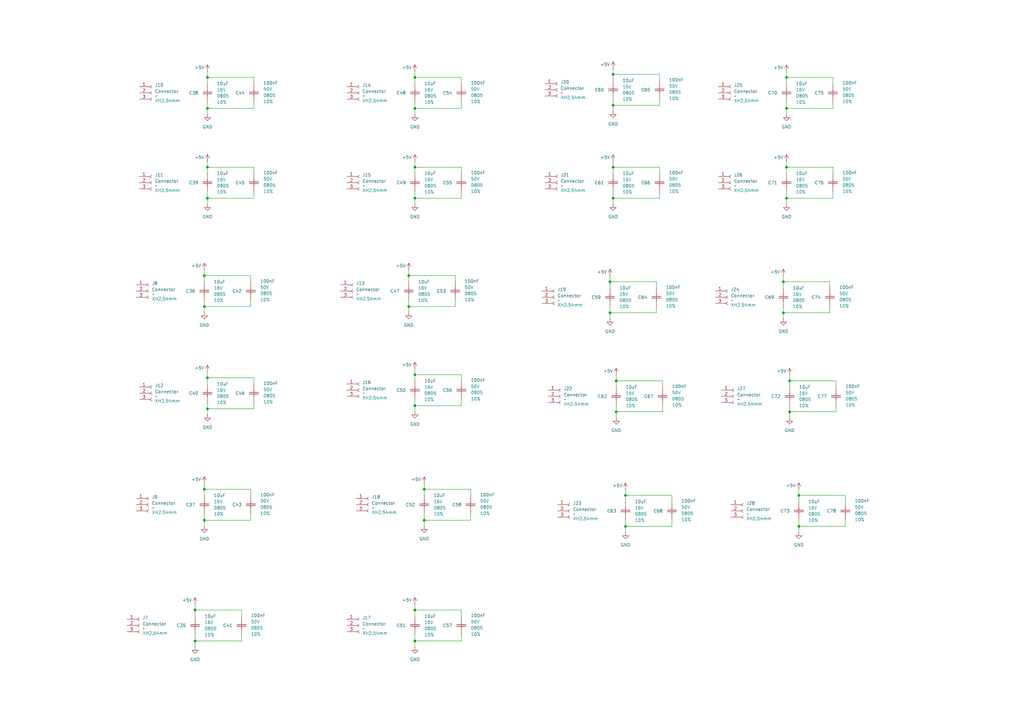
<source format=kicad_sch>
(kicad_sch (version 20250114) (generator "eeschema") (generator_version "9.0")
  (paper "A3")
  (junction (at 327.66 215.9))
  (junction (at 80.01 262.89))
  (junction (at 173.99 213.36))
  (junction (at 322.58 31.75))
  (junction (at 251.46 30.48))
  (junction (at 85.09 154.94))
  (junction (at 85.09 81.28))
  (junction (at 85.09 167.64))
  (junction (at 170.18 262.89))
  (junction (at 170.18 81.28))
  (junction (at 167.64 113.03))
  (junction (at 251.46 43.18))
  (junction (at 252.73 168.91))
  (junction (at 83.82 200.66))
  (junction (at 323.85 156.21))
  (junction (at 80.01 250.19))
  (junction (at 256.54 203.2))
  (junction (at 170.18 31.75))
  (junction (at 250.19 115.57))
  (junction (at 327.66 203.2))
  (junction (at 322.58 44.45))
  (junction (at 83.82 125.73))
  (junction (at 322.58 81.28))
  (junction (at 251.46 81.28))
  (junction (at 170.18 250.19))
  (junction (at 250.19 128.27))
  (junction (at 251.46 68.58))
  (junction (at 170.18 68.58))
  (junction (at 170.18 166.37))
  (junction (at 85.09 44.45))
  (junction (at 173.99 200.66))
  (junction (at 321.31 128.27))
  (junction (at 323.85 168.91))
  (junction (at 85.09 31.75))
  (junction (at 170.18 153.67))
  (junction (at 167.64 125.73))
  (junction (at 85.09 68.58))
  (junction (at 83.82 113.03))
  (junction (at 321.31 115.57))
  (junction (at 170.18 44.45))
  (junction (at 322.58 68.58))
  (junction (at 83.82 213.36))
  (junction (at 256.54 215.9))
  (junction (at 252.73 156.21))
  (wire (pts (xy 83.82 125.73) (xy 83.82 128.27)))
  (wire (pts (xy 323.85 153.67) (xy 323.85 156.21)))
  (wire (pts (xy 189.23 156.21) (xy 189.23 153.67)))
  (wire (pts (xy 80.01 260.35) (xy 80.01 262.89)))
  (wire (pts (xy 327.66 213.36) (xy 327.66 215.9)))
  (wire (pts (xy 270.51 43.18) (xy 270.51 40.64)))
  (wire (pts (xy 252.73 153.67) (xy 252.73 156.21)))
  (wire (pts (xy 170.18 166.37) (xy 170.18 168.91)))
  (wire (pts (xy 322.58 29.21) (xy 322.58 31.75)))
  (wire (pts (xy 322.58 31.75) (xy 322.58 34.29)))
  (wire (pts (xy 80.01 262.89) (xy 99.06 262.89)))
  (wire (pts (xy 341.63 68.58) (xy 322.58 68.58)))
  (wire (pts (xy 170.18 81.28) (xy 189.23 81.28)))
  (wire (pts (xy 85.09 165.1) (xy 85.09 167.64)))
  (wire (pts (xy 83.82 113.03) (xy 83.82 115.57)))
  (wire (pts (xy 102.87 213.36) (xy 102.87 210.82)))
  (wire (pts (xy 250.19 125.73) (xy 250.19 128.27)))
  (wire (pts (xy 251.46 43.18) (xy 251.46 45.72)))
  (wire (pts (xy 102.87 115.57) (xy 102.87 113.03)))
  (wire (pts (xy 256.54 203.2) (xy 256.54 205.74)))
  (wire (pts (xy 327.66 215.9) (xy 346.71 215.9)))
  (wire (pts (xy 341.63 44.45) (xy 341.63 41.91)))
  (wire (pts (xy 341.63 71.12) (xy 341.63 68.58)))
  (wire (pts (xy 173.99 210.82) (xy 173.99 213.36)))
  (wire (pts (xy 322.58 81.28) (xy 341.63 81.28)))
  (wire (pts (xy 321.31 115.57) (xy 321.31 118.11)))
  (wire (pts (xy 322.58 78.74) (xy 322.58 81.28)))
  (wire (pts (xy 323.85 168.91) (xy 342.9 168.91)))
  (wire (pts (xy 252.73 166.37) (xy 252.73 168.91)))
  (wire (pts (xy 323.85 168.91) (xy 323.85 171.45)))
  (wire (pts (xy 252.73 156.21) (xy 252.73 158.75)))
  (wire (pts (xy 85.09 167.64) (xy 104.14 167.64)))
  (wire (pts (xy 251.46 43.18) (xy 270.51 43.18)))
  (wire (pts (xy 170.18 166.37) (xy 189.23 166.37)))
  (wire (pts (xy 85.09 152.4) (xy 85.09 154.94)))
  (wire (pts (xy 186.69 125.73) (xy 186.69 123.19)))
  (wire (pts (xy 341.63 81.28) (xy 341.63 78.74)))
  (wire (pts (xy 275.59 205.74) (xy 275.59 203.2)))
  (wire (pts (xy 342.9 156.21) (xy 323.85 156.21)))
  (wire (pts (xy 186.69 113.03) (xy 167.64 113.03)))
  (wire (pts (xy 189.23 153.67) (xy 170.18 153.67)))
  (wire (pts (xy 170.18 41.91) (xy 170.18 44.45)))
  (wire (pts (xy 83.82 110.49) (xy 83.82 113.03)))
  (wire (pts (xy 322.58 44.45) (xy 341.63 44.45)))
  (wire (pts (xy 269.24 128.27) (xy 269.24 125.73)))
  (wire (pts (xy 170.18 44.45) (xy 189.23 44.45)))
  (wire (pts (xy 251.46 68.58) (xy 251.46 71.12)))
  (wire (pts (xy 323.85 156.21) (xy 323.85 158.75)))
  (wire (pts (xy 170.18 151.13) (xy 170.18 153.67)))
  (wire (pts (xy 327.66 200.66) (xy 327.66 203.2)))
  (wire (pts (xy 85.09 154.94) (xy 85.09 157.48)))
  (wire (pts (xy 170.18 153.67) (xy 170.18 156.21)))
  (wire (pts (xy 170.18 262.89) (xy 170.18 265.43)))
  (wire (pts (xy 167.64 125.73) (xy 167.64 128.27)))
  (wire (pts (xy 104.14 81.28) (xy 104.14 78.74)))
  (wire (pts (xy 342.9 168.91) (xy 342.9 166.37)))
  (wire (pts (xy 102.87 125.73) (xy 102.87 123.19)))
  (wire (pts (xy 173.99 198.12) (xy 173.99 200.66)))
  (wire (pts (xy 256.54 213.36) (xy 256.54 215.9)))
  (wire (pts (xy 275.59 203.2) (xy 256.54 203.2)))
  (wire (pts (xy 327.66 203.2) (xy 327.66 205.74)))
  (wire (pts (xy 170.18 78.74) (xy 170.18 81.28)))
  (wire (pts (xy 322.58 68.58) (xy 322.58 71.12)))
  (wire (pts (xy 170.18 262.89) (xy 189.23 262.89)))
  (wire (pts (xy 104.14 167.64) (xy 104.14 165.1)))
  (wire (pts (xy 270.51 33.02) (xy 270.51 30.48)))
  (wire (pts (xy 102.87 203.2) (xy 102.87 200.66)))
  (wire (pts (xy 340.36 128.27) (xy 340.36 125.73)))
  (wire (pts (xy 270.51 68.58) (xy 251.46 68.58)))
  (wire (pts (xy 99.06 250.19) (xy 80.01 250.19)))
  (wire (pts (xy 80.01 247.65) (xy 80.01 250.19)))
  (wire (pts (xy 104.14 44.45) (xy 104.14 41.91)))
  (wire (pts (xy 256.54 215.9) (xy 256.54 218.44)))
  (wire (pts (xy 321.31 113.03) (xy 321.31 115.57)))
  (wire (pts (xy 340.36 115.57) (xy 321.31 115.57)))
  (wire (pts (xy 251.46 66.04) (xy 251.46 68.58)))
  (wire (pts (xy 102.87 200.66) (xy 83.82 200.66)))
  (wire (pts (xy 341.63 34.29) (xy 341.63 31.75)))
  (wire (pts (xy 99.06 252.73) (xy 99.06 250.19)))
  (wire (pts (xy 193.04 213.36) (xy 193.04 210.82)))
  (wire (pts (xy 269.24 115.57) (xy 250.19 115.57)))
  (wire (pts (xy 346.71 205.74) (xy 346.71 203.2)))
  (wire (pts (xy 251.46 30.48) (xy 251.46 33.02)))
  (wire (pts (xy 271.78 168.91) (xy 271.78 166.37)))
  (wire (pts (xy 83.82 210.82) (xy 83.82 213.36)))
  (wire (pts (xy 170.18 81.28) (xy 170.18 83.82)))
  (wire (pts (xy 167.64 110.49) (xy 167.64 113.03)))
  (wire (pts (xy 251.46 78.74) (xy 251.46 81.28)))
  (wire (pts (xy 170.18 31.75) (xy 170.18 34.29)))
  (wire (pts (xy 251.46 81.28) (xy 251.46 83.82)))
  (wire (pts (xy 170.18 68.58) (xy 170.18 71.12)))
  (wire (pts (xy 189.23 262.89) (xy 189.23 260.35)))
  (wire (pts (xy 170.18 44.45) (xy 170.18 46.99)))
  (wire (pts (xy 85.09 41.91) (xy 85.09 44.45)))
  (wire (pts (xy 250.19 113.03) (xy 250.19 115.57)))
  (wire (pts (xy 104.14 71.12) (xy 104.14 68.58)))
  (wire (pts (xy 322.58 66.04) (xy 322.58 68.58)))
  (wire (pts (xy 270.51 30.48) (xy 251.46 30.48)))
  (wire (pts (xy 341.63 31.75) (xy 322.58 31.75)))
  (wire (pts (xy 250.19 128.27) (xy 250.19 130.81)))
  (wire (pts (xy 271.78 156.21) (xy 252.73 156.21)))
  (wire (pts (xy 322.58 41.91) (xy 322.58 44.45)))
  (wire (pts (xy 322.58 44.45) (xy 322.58 46.99)))
  (wire (pts (xy 251.46 81.28) (xy 270.51 81.28)))
  (wire (pts (xy 83.82 200.66) (xy 83.82 203.2)))
  (wire (pts (xy 167.64 125.73) (xy 186.69 125.73)))
  (wire (pts (xy 80.01 262.89) (xy 80.01 265.43)))
  (wire (pts (xy 173.99 213.36) (xy 173.99 215.9)))
  (wire (pts (xy 189.23 44.45) (xy 189.23 41.91)))
  (wire (pts (xy 104.14 68.58) (xy 85.09 68.58)))
  (wire (pts (xy 256.54 200.66) (xy 256.54 203.2)))
  (wire (pts (xy 99.06 262.89) (xy 99.06 260.35)))
  (wire (pts (xy 167.64 123.19) (xy 167.64 125.73)))
  (wire (pts (xy 85.09 68.58) (xy 85.09 71.12)))
  (wire (pts (xy 170.18 29.21) (xy 170.18 31.75)))
  (wire (pts (xy 252.73 168.91) (xy 271.78 168.91)))
  (wire (pts (xy 173.99 213.36) (xy 193.04 213.36)))
  (wire (pts (xy 189.23 71.12) (xy 189.23 68.58)))
  (wire (pts (xy 256.54 215.9) (xy 275.59 215.9)))
  (wire (pts (xy 271.78 158.75) (xy 271.78 156.21)))
  (wire (pts (xy 189.23 68.58) (xy 170.18 68.58)))
  (wire (pts (xy 85.09 31.75) (xy 85.09 34.29)))
  (wire (pts (xy 346.71 203.2) (xy 327.66 203.2)))
  (wire (pts (xy 327.66 215.9) (xy 327.66 218.44)))
  (wire (pts (xy 85.09 81.28) (xy 104.14 81.28)))
  (wire (pts (xy 85.09 167.64) (xy 85.09 170.18)))
  (wire (pts (xy 189.23 31.75) (xy 170.18 31.75)))
  (wire (pts (xy 102.87 113.03) (xy 83.82 113.03)))
  (wire (pts (xy 189.23 252.73) (xy 189.23 250.19)))
  (wire (pts (xy 270.51 81.28) (xy 270.51 78.74)))
  (wire (pts (xy 85.09 44.45) (xy 85.09 46.99)))
  (wire (pts (xy 189.23 81.28) (xy 189.23 78.74)))
  (wire (pts (xy 321.31 128.27) (xy 340.36 128.27)))
  (wire (pts (xy 85.09 66.04) (xy 85.09 68.58)))
  (wire (pts (xy 104.14 34.29) (xy 104.14 31.75)))
  (wire (pts (xy 275.59 215.9) (xy 275.59 213.36)))
  (wire (pts (xy 170.18 163.83) (xy 170.18 166.37)))
  (wire (pts (xy 193.04 200.66) (xy 173.99 200.66)))
  (wire (pts (xy 104.14 154.94) (xy 85.09 154.94)))
  (wire (pts (xy 323.85 166.37) (xy 323.85 168.91)))
  (wire (pts (xy 167.64 113.03) (xy 167.64 115.57)))
  (wire (pts (xy 104.14 31.75) (xy 85.09 31.75)))
  (wire (pts (xy 104.14 157.48) (xy 104.14 154.94)))
  (wire (pts (xy 170.18 260.35) (xy 170.18 262.89)))
  (wire (pts (xy 83.82 213.36) (xy 102.87 213.36)))
  (wire (pts (xy 85.09 44.45) (xy 104.14 44.45)))
  (wire (pts (xy 83.82 123.19) (xy 83.82 125.73)))
  (wire (pts (xy 269.24 118.11) (xy 269.24 115.57)))
  (wire (pts (xy 342.9 158.75) (xy 342.9 156.21)))
  (wire (pts (xy 83.82 198.12) (xy 83.82 200.66)))
  (wire (pts (xy 340.36 118.11) (xy 340.36 115.57)))
  (wire (pts (xy 170.18 247.65) (xy 170.18 250.19)))
  (wire (pts (xy 170.18 66.04) (xy 170.18 68.58)))
  (wire (pts (xy 85.09 81.28) (xy 85.09 83.82)))
  (wire (pts (xy 189.23 250.19) (xy 170.18 250.19)))
  (wire (pts (xy 321.31 125.73) (xy 321.31 128.27)))
  (wire (pts (xy 250.19 128.27) (xy 269.24 128.27)))
  (wire (pts (xy 252.73 168.91) (xy 252.73 171.45)))
  (wire (pts (xy 173.99 200.66) (xy 173.99 203.2)))
  (wire (pts (xy 193.04 203.2) (xy 193.04 200.66)))
  (wire (pts (xy 270.51 71.12) (xy 270.51 68.58)))
  (wire (pts (xy 83.82 125.73) (xy 102.87 125.73)))
  (wire (pts (xy 189.23 166.37) (xy 189.23 163.83)))
  (wire (pts (xy 85.09 78.74) (xy 85.09 81.28)))
  (wire (pts (xy 189.23 34.29) (xy 189.23 31.75)))
  (wire (pts (xy 251.46 27.94) (xy 251.46 30.48)))
  (wire (pts (xy 170.18 250.19) (xy 170.18 252.73)))
  (wire (pts (xy 346.71 215.9) (xy 346.71 213.36)))
  (wire (pts (xy 250.19 115.57) (xy 250.19 118.11)))
  (wire (pts (xy 322.58 81.28) (xy 322.58 83.82)))
  (wire (pts (xy 80.01 250.19) (xy 80.01 252.73)))
  (wire (pts (xy 321.31 128.27) (xy 321.31 130.81)))
  (wire (pts (xy 83.82 213.36) (xy 83.82 215.9)))
  (wire (pts (xy 85.09 29.21) (xy 85.09 31.75)))
  (wire (pts (xy 251.46 40.64) (xy 251.46 43.18)))
  (wire (pts (xy 186.69 115.57) (xy 186.69 113.03)))
  (symbol (lib_id "automative_hexapod:JST-XH-SMD-3-2.54mm") (at 299.72 38.1 0) (unit 1)
    (property "Reference" "J25" (at 300.99 34.9249 0) (effects (justify left)))
    (property "Value" "Connector" (at 300.99 37.4649 0) (effects (justify left)))
    (property "Footprint" "automative_hexapod:JST-XH-SMD-3-2.54mm" (effects (hide yes)))
    (property "Description" "250V 3A" (effects (hide yes)))
    (property "Value 2" "~" (at 300.99 39.37 0) (effects (justify left)))
    (property "Value 3" "XH2.54mm" (at 300.99 41.2749 0) (effects (justify left)))
    (property "Supply Name" "Thegioiic" (effects (hide yes)))
    (property "Supply Part Number" "Đầu XH2.54mm 3 Chân Dán SMD Nằm Ngang" (effects (hide yes)))
    (property "Supply URL" "https://www.thegioiic.com/dau-xh2-54mm-3-chan-dan-smd-nam-ngang" (effects (hide yes)))
  )
  (symbol (lib_id "automative_hexapod:Ceramic_Cap_0805_100nF_50V") (at 270.51 36.83 90) (unit 1)
    (property "Reference" "C65" (at 262.89 36.83 90) (effects (justify right)))
    (property "Value" "100nF" (at 274.32 32.766 90) (effects (justify right)))
    (property "Footprint" "automative_hexapod:Ceramic_Cap_0805" (effects (hide yes)))
    (property "Description" "10%, 0805 (2012 Metric)" (effects (hide yes)))
    (property "Value 2" "50V" (at 274.32 35.306 90) (effects (justify right)))
    (property "Value 3" "0805" (at 274.32 37.846 90) (effects (justify right)))
    (property "Value 4" "10%" (at 274.32 40.386 90) (effects (justify right)))
    (property "Supply Name" "Thegioiic" (effects (hide yes)))
    (property "Supply Part Number" "Tụ Gốm 0805 100nF (0.1uF) 50V" (effects (hide yes)))
    (property "Supply URL" "https://www.thegioiic.com/tu-gom-0805-100nf-0-1uf-50v" (effects (hide yes)))
  )
  (symbol (lib_id "power:GND") (at 252.73 171.45 0) (unit 1)
    (property "Reference" "#PWR095" (effects (hide yes)))
    (property "Value" "GND" (at 252.73 176.53 0))
    (property "Description" "Power symbol creates a global label with name \"GND\" , ground" (effects (hide yes)))
  )
  (symbol (lib_id "automative_hexapod:Ceramic_Cap_0805_100nF_50V") (at 189.23 74.93 90) (unit 1)
    (property "Reference" "C55" (at 181.61 74.93 90) (effects (justify right)))
    (property "Value" "100nF" (at 193.04 70.866 90) (effects (justify right)))
    (property "Footprint" "automative_hexapod:Ceramic_Cap_0805" (effects (hide yes)))
    (property "Description" "10%, 0805 (2012 Metric)" (effects (hide yes)))
    (property "Value 2" "50V" (at 193.04 73.406 90) (effects (justify right)))
    (property "Value 3" "0805" (at 193.04 75.946 90) (effects (justify right)))
    (property "Value 4" "10%" (at 193.04 78.486 90) (effects (justify right)))
    (property "Supply Name" "Thegioiic" (effects (hide yes)))
    (property "Supply Part Number" "Tụ Gốm 0805 100nF (0.1uF) 50V" (effects (hide yes)))
    (property "Supply URL" "https://www.thegioiic.com/tu-gom-0805-100nf-0-1uf-50v" (effects (hide yes)))
  )
  (symbol (lib_id "power:GND") (at 322.58 83.82 0) (unit 1)
    (property "Reference" "#PWR0103" (effects (hide yes)))
    (property "Value" "GND" (at 322.58 88.9 0))
    (property "Description" "Power symbol creates a global label with name \"GND\" , ground" (effects (hide yes)))
  )
  (symbol (lib_id "power:+5V") (at 170.18 29.21 0) (unit 1)
    (property "Reference" "#PWR078" (effects (hide yes)))
    (property "Value" "+5V" (at 166.878 27.686 0))
    (property "Description" "Power symbol creates a global label with name \"+5V\"" (effects (hide yes)))
  )
  (symbol (lib_id "automative_hexapod:Ceramic_Cap_0805_10uF_16V") (at 170.18 74.93 90) (unit 1)
    (property "Reference" "C49" (at 162.56 74.93 90) (effects (justify right)))
    (property "Value" "10uF" (at 173.99 71.12 90) (effects (justify right)))
    (property "Footprint" "automative_hexapod:Ceramic_Cap_0805" (effects (hide yes)))
    (property "Description" "10%, 0805 (2012 Metric)" (effects (hide yes)))
    (property "Value 2" "16V" (at 173.99 73.66 90) (effects (justify right)))
    (property "Value 3" "0805" (at 173.99 76.2 90) (effects (justify right)))
    (property "Value 4" "10%" (at 173.99 78.74 90) (effects (justify right)))
    (property "Supply Name" "Thegioiic" (effects (hide yes)))
    (property "Supply Part Number" "Tụ Gốm 0805 10uF 16V" (effects (hide yes)))
    (property "Supply URL" "https://www.thegioiic.com/tu-gom-0805-10uf-16v" (effects (hide yes)))
  )
  (symbol (lib_id "automative_hexapod:JST-XH-SMD-3-2.54mm") (at 298.45 121.92 0) (unit 1)
    (property "Reference" "J24" (at 299.72 118.7449 0) (effects (justify left)))
    (property "Value" "Connector" (at 299.72 121.2849 0) (effects (justify left)))
    (property "Footprint" "automative_hexapod:JST-XH-SMD-3-2.54mm" (effects (hide yes)))
    (property "Description" "250V 3A" (effects (hide yes)))
    (property "Value 2" "~" (at 299.72 123.19 0) (effects (justify left)))
    (property "Value 3" "XH2.54mm" (at 299.72 125.0949 0) (effects (justify left)))
    (property "Supply Name" "Thegioiic" (effects (hide yes)))
    (property "Supply Part Number" "Đầu XH2.54mm 3 Chân Dán SMD Nằm Ngang" (effects (hide yes)))
    (property "Supply URL" "https://www.thegioiic.com/dau-xh2-54mm-3-chan-dan-smd-nam-ngang" (effects (hide yes)))
  )
  (symbol (lib_id "automative_hexapod:Ceramic_Cap_0805_10uF_16V") (at 83.82 207.01 90) (unit 1)
    (property "Reference" "C37" (at 76.2 207.01 90) (effects (justify right)))
    (property "Value" "10uF" (at 87.63 203.2 90) (effects (justify right)))
    (property "Footprint" "automative_hexapod:Ceramic_Cap_0805" (effects (hide yes)))
    (property "Description" "10%, 0805 (2012 Metric)" (effects (hide yes)))
    (property "Value 2" "16V" (at 87.63 205.74 90) (effects (justify right)))
    (property "Value 3" "0805" (at 87.63 208.28 90) (effects (justify right)))
    (property "Value 4" "10%" (at 87.63 210.82 90) (effects (justify right)))
    (property "Supply Name" "Thegioiic" (effects (hide yes)))
    (property "Supply Part Number" "Tụ Gốm 0805 10uF 16V" (effects (hide yes)))
    (property "Supply URL" "https://www.thegioiic.com/tu-gom-0805-10uf-16v" (effects (hide yes)))
  )
  (symbol (lib_id "power:+5V") (at 85.09 29.21 0) (unit 1)
    (property "Reference" "#PWR070" (effects (hide yes)))
    (property "Value" "+5V" (at 81.788 27.686 0))
    (property "Description" "Power symbol creates a global label with name \"+5V\"" (effects (hide yes)))
  )
  (symbol (lib_id "automative_hexapod:Ceramic_Cap_0805_10uF_16V") (at 170.18 38.1 90) (unit 1)
    (property "Reference" "C48" (at 162.56 38.1 90) (effects (justify right)))
    (property "Value" "10uF" (at 173.99 34.29 90) (effects (justify right)))
    (property "Footprint" "automative_hexapod:Ceramic_Cap_0805" (effects (hide yes)))
    (property "Description" "10%, 0805 (2012 Metric)" (effects (hide yes)))
    (property "Value 2" "16V" (at 173.99 36.83 90) (effects (justify right)))
    (property "Value 3" "0805" (at 173.99 39.37 90) (effects (justify right)))
    (property "Value 4" "10%" (at 173.99 41.91 90) (effects (justify right)))
    (property "Supply Name" "Thegioiic" (effects (hide yes)))
    (property "Supply Part Number" "Tụ Gốm 0805 10uF 16V" (effects (hide yes)))
    (property "Supply URL" "https://www.thegioiic.com/tu-gom-0805-10uf-16v" (effects (hide yes)))
  )
  (symbol (lib_id "automative_hexapod:JST-XH-SMD-3-2.54mm") (at 147.32 256.54 0) (unit 1)
    (property "Reference" "J17" (at 148.59 253.3649 0) (effects (justify left)))
    (property "Value" "Connector" (at 148.59 255.9049 0) (effects (justify left)))
    (property "Footprint" "automative_hexapod:JST-XH-SMD-3-2.54mm" (effects (hide yes)))
    (property "Description" "250V 3A" (effects (hide yes)))
    (property "Value 2" "~" (at 148.59 257.81 0) (effects (justify left)))
    (property "Value 3" "XH2.54mm" (at 148.59 259.7149 0) (effects (justify left)))
    (property "Supply Name" "Thegioiic" (effects (hide yes)))
    (property "Supply Part Number" "Đầu XH2.54mm 3 Chân Dán SMD Nằm Ngang" (effects (hide yes)))
    (property "Supply URL" "https://www.thegioiic.com/dau-xh2-54mm-3-chan-dan-smd-nam-ngang" (effects (hide yes)))
  )
  (symbol (lib_id "power:GND") (at 250.19 130.81 0) (unit 1)
    (property "Reference" "#PWR089" (effects (hide yes)))
    (property "Value" "GND" (at 250.19 135.89 0))
    (property "Description" "Power symbol creates a global label with name \"GND\" , ground" (effects (hide yes)))
  )
  (symbol (lib_id "power:GND") (at 85.09 46.99 0) (unit 1)
    (property "Reference" "#PWR071" (effects (hide yes)))
    (property "Value" "GND" (at 85.09 52.07 0))
    (property "Description" "Power symbol creates a global label with name \"GND\" , ground" (effects (hide yes)))
  )
  (symbol (lib_id "power:+5V") (at 322.58 66.04 0) (unit 1)
    (property "Reference" "#PWR0102" (effects (hide yes)))
    (property "Value" "+5V" (at 319.278 64.516 0))
    (property "Description" "Power symbol creates a global label with name \"+5V\"" (effects (hide yes)))
  )
  (symbol (lib_id "automative_hexapod:Ceramic_Cap_0805_100nF_50V") (at 99.06 256.54 90) (unit 1)
    (property "Reference" "C41" (at 91.44 256.54 90) (effects (justify right)))
    (property "Value" "100nF" (at 102.87 252.476 90) (effects (justify right)))
    (property "Footprint" "automative_hexapod:Ceramic_Cap_0805" (effects (hide yes)))
    (property "Description" "10%, 0805 (2012 Metric)" (effects (hide yes)))
    (property "Value 2" "50V" (at 102.87 255.016 90) (effects (justify right)))
    (property "Value 3" "0805" (at 102.87 257.556 90) (effects (justify right)))
    (property "Value 4" "10%" (at 102.87 260.096 90) (effects (justify right)))
    (property "Supply Name" "Thegioiic" (effects (hide yes)))
    (property "Supply Part Number" "Tụ Gốm 0805 100nF (0.1uF) 50V" (effects (hide yes)))
    (property "Supply URL" "https://www.thegioiic.com/tu-gom-0805-100nf-0-1uf-50v" (effects (hide yes)))
  )
  (symbol (lib_id "power:GND") (at 170.18 83.82 0) (unit 1)
    (property "Reference" "#PWR081" (effects (hide yes)))
    (property "Value" "GND" (at 170.18 88.9 0))
    (property "Description" "Power symbol creates a global label with name \"GND\" , ground" (effects (hide yes)))
  )
  (symbol (lib_id "automative_hexapod:Ceramic_Cap_0805_10uF_16V") (at 83.82 119.38 90) (unit 1)
    (property "Reference" "C36" (at 76.2 119.38 90) (effects (justify right)))
    (property "Value" "10uF" (at 87.63 115.57 90) (effects (justify right)))
    (property "Footprint" "automative_hexapod:Ceramic_Cap_0805" (effects (hide yes)))
    (property "Description" "10%, 0805 (2012 Metric)" (effects (hide yes)))
    (property "Value 2" "16V" (at 87.63 118.11 90) (effects (justify right)))
    (property "Value 3" "0805" (at 87.63 120.65 90) (effects (justify right)))
    (property "Value 4" "10%" (at 87.63 123.19 90) (effects (justify right)))
    (property "Supply Name" "Thegioiic" (effects (hide yes)))
    (property "Supply Part Number" "Tụ Gốm 0805 10uF 16V" (effects (hide yes)))
    (property "Supply URL" "https://www.thegioiic.com/tu-gom-0805-10uf-16v" (effects (hide yes)))
  )
  (symbol (lib_id "automative_hexapod:Ceramic_Cap_0805_10uF_16V") (at 167.64 119.38 90) (unit 1)
    (property "Reference" "C47" (at 160.02 119.38 90) (effects (justify right)))
    (property "Value" "10uF" (at 171.45 115.57 90) (effects (justify right)))
    (property "Footprint" "automative_hexapod:Ceramic_Cap_0805" (effects (hide yes)))
    (property "Description" "10%, 0805 (2012 Metric)" (effects (hide yes)))
    (property "Value 2" "16V" (at 171.45 118.11 90) (effects (justify right)))
    (property "Value 3" "0805" (at 171.45 120.65 90) (effects (justify right)))
    (property "Value 4" "10%" (at 171.45 123.19 90) (effects (justify right)))
    (property "Supply Name" "Thegioiic" (effects (hide yes)))
    (property "Supply Part Number" "Tụ Gốm 0805 10uF 16V" (effects (hide yes)))
    (property "Supply URL" "https://www.thegioiic.com/tu-gom-0805-10uf-16v" (effects (hide yes)))
  )
  (symbol (lib_id "automative_hexapod:Ceramic_Cap_0805_100nF_50V") (at 340.36 121.92 90) (unit 1)
    (property "Reference" "C74" (at 332.74 121.92 90) (effects (justify right)))
    (property "Value" "100nF" (at 344.17 117.856 90) (effects (justify right)))
    (property "Footprint" "automative_hexapod:Ceramic_Cap_0805" (effects (hide yes)))
    (property "Description" "10%, 0805 (2012 Metric)" (effects (hide yes)))
    (property "Value 2" "50V" (at 344.17 120.396 90) (effects (justify right)))
    (property "Value 3" "0805" (at 344.17 122.936 90) (effects (justify right)))
    (property "Value 4" "10%" (at 344.17 125.476 90) (effects (justify right)))
    (property "Supply Name" "Thegioiic" (effects (hide yes)))
    (property "Supply Part Number" "Tụ Gốm 0805 100nF (0.1uF) 50V" (effects (hide yes)))
    (property "Supply URL" "https://www.thegioiic.com/tu-gom-0805-100nf-0-1uf-50v" (effects (hide yes)))
  )
  (symbol (lib_id "automative_hexapod:Ceramic_Cap_0805_10uF_16V") (at 85.09 74.93 90) (unit 1)
    (property "Reference" "C39" (at 77.47 74.93 90) (effects (justify right)))
    (property "Value" "10uF" (at 88.9 71.12 90) (effects (justify right)))
    (property "Footprint" "automative_hexapod:Ceramic_Cap_0805" (effects (hide yes)))
    (property "Description" "10%, 0805 (2012 Metric)" (effects (hide yes)))
    (property "Value 2" "16V" (at 88.9 73.66 90) (effects (justify right)))
    (property "Value 3" "0805" (at 88.9 76.2 90) (effects (justify right)))
    (property "Value 4" "10%" (at 88.9 78.74 90) (effects (justify right)))
    (property "Supply Name" "Thegioiic" (effects (hide yes)))
    (property "Supply Part Number" "Tụ Gốm 0805 10uF 16V" (effects (hide yes)))
    (property "Supply URL" "https://www.thegioiic.com/tu-gom-0805-10uf-16v" (effects (hide yes)))
  )
  (symbol (lib_id "power:GND") (at 85.09 83.82 0) (unit 1)
    (property "Reference" "#PWR073" (effects (hide yes)))
    (property "Value" "GND" (at 85.09 88.9 0))
    (property "Description" "Power symbol creates a global label with name \"GND\" , ground" (effects (hide yes)))
  )
  (symbol (lib_id "automative_hexapod:Ceramic_Cap_0805_10uF_16V") (at 170.18 256.54 90) (unit 1)
    (property "Reference" "C51" (at 162.56 256.54 90) (effects (justify right)))
    (property "Value" "10uF" (at 173.99 252.73 90) (effects (justify right)))
    (property "Footprint" "automative_hexapod:Ceramic_Cap_0805" (effects (hide yes)))
    (property "Description" "10%, 0805 (2012 Metric)" (effects (hide yes)))
    (property "Value 2" "16V" (at 173.99 255.27 90) (effects (justify right)))
    (property "Value 3" "0805" (at 173.99 257.81 90) (effects (justify right)))
    (property "Value 4" "10%" (at 173.99 260.35 90) (effects (justify right)))
    (property "Supply Name" "Thegioiic" (effects (hide yes)))
    (property "Supply Part Number" "Tụ Gốm 0805 10uF 16V" (effects (hide yes)))
    (property "Supply URL" "https://www.thegioiic.com/tu-gom-0805-10uf-16v" (effects (hide yes)))
  )
  (symbol (lib_id "power:GND") (at 322.58 46.99 0) (unit 1)
    (property "Reference" "#PWR0101" (effects (hide yes)))
    (property "Value" "GND" (at 322.58 52.07 0))
    (property "Description" "Power symbol creates a global label with name \"GND\" , ground" (effects (hide yes)))
  )
  (symbol (lib_id "automative_hexapod:Ceramic_Cap_0805_10uF_16V") (at 256.54 209.55 90) (unit 1)
    (property "Reference" "C63" (at 248.92 209.55 90) (effects (justify right)))
    (property "Value" "10uF" (at 260.35 205.74 90) (effects (justify right)))
    (property "Footprint" "automative_hexapod:Ceramic_Cap_0805" (effects (hide yes)))
    (property "Description" "10%, 0805 (2012 Metric)" (effects (hide yes)))
    (property "Value 2" "16V" (at 260.35 208.28 90) (effects (justify right)))
    (property "Value 3" "0805" (at 260.35 210.82 90) (effects (justify right)))
    (property "Value 4" "10%" (at 260.35 213.36 90) (effects (justify right)))
    (property "Supply Name" "Thegioiic" (effects (hide yes)))
    (property "Supply Part Number" "Tụ Gốm 0805 10uF 16V" (effects (hide yes)))
    (property "Supply URL" "https://www.thegioiic.com/tu-gom-0805-10uf-16v" (effects (hide yes)))
  )
  (symbol (lib_id "automative_hexapod:Ceramic_Cap_0805_100nF_50V") (at 102.87 207.01 90) (unit 1)
    (property "Reference" "C43" (at 95.25 207.01 90) (effects (justify right)))
    (property "Value" "100nF" (at 106.68 202.946 90) (effects (justify right)))
    (property "Footprint" "automative_hexapod:Ceramic_Cap_0805" (effects (hide yes)))
    (property "Description" "10%, 0805 (2012 Metric)" (effects (hide yes)))
    (property "Value 2" "50V" (at 106.68 205.486 90) (effects (justify right)))
    (property "Value 3" "0805" (at 106.68 208.026 90) (effects (justify right)))
    (property "Value 4" "10%" (at 106.68 210.566 90) (effects (justify right)))
    (property "Supply Name" "Thegioiic" (effects (hide yes)))
    (property "Supply Part Number" "Tụ Gốm 0805 100nF (0.1uF) 50V" (effects (hide yes)))
    (property "Supply URL" "https://www.thegioiic.com/tu-gom-0805-100nf-0-1uf-50v" (effects (hide yes)))
  )
  (symbol (lib_id "automative_hexapod:JST-XH-SMD-3-2.54mm") (at 300.99 162.56 0) (unit 1)
    (property "Reference" "J27" (at 302.26 159.3849 0) (effects (justify left)))
    (property "Value" "Connector" (at 302.26 161.9249 0) (effects (justify left)))
    (property "Footprint" "automative_hexapod:JST-XH-SMD-3-2.54mm" (effects (hide yes)))
    (property "Description" "250V 3A" (effects (hide yes)))
    (property "Value 2" "~" (at 302.26 163.83 0) (effects (justify left)))
    (property "Value 3" "XH2.54mm" (at 302.26 165.7349 0) (effects (justify left)))
    (property "Supply Name" "Thegioiic" (effects (hide yes)))
    (property "Supply Part Number" "Đầu XH2.54mm 3 Chân Dán SMD Nằm Ngang" (effects (hide yes)))
    (property "Supply URL" "https://www.thegioiic.com/dau-xh2-54mm-3-chan-dan-smd-nam-ngang" (effects (hide yes)))
  )
  (symbol (lib_id "power:+5V") (at 173.99 198.12 0) (unit 1)
    (property "Reference" "#PWR086" (effects (hide yes)))
    (property "Value" "+5V" (at 170.688 196.596 0))
    (property "Description" "Power symbol creates a global label with name \"+5V\"" (effects (hide yes)))
  )
  (symbol (lib_id "power:+5V") (at 323.85 153.67 0) (unit 1)
    (property "Reference" "#PWR0104" (effects (hide yes)))
    (property "Value" "+5V" (at 320.548 152.146 0))
    (property "Description" "Power symbol creates a global label with name \"+5V\"" (effects (hide yes)))
  )
  (symbol (lib_id "automative_hexapod:Ceramic_Cap_0805_10uF_16V") (at 252.73 162.56 90) (unit 1)
    (property "Reference" "C62" (at 245.11 162.56 90) (effects (justify right)))
    (property "Value" "10uF" (at 256.54 158.75 90) (effects (justify right)))
    (property "Footprint" "automative_hexapod:Ceramic_Cap_0805" (effects (hide yes)))
    (property "Description" "10%, 0805 (2012 Metric)" (effects (hide yes)))
    (property "Value 2" "16V" (at 256.54 161.29 90) (effects (justify right)))
    (property "Value 3" "0805" (at 256.54 163.83 90) (effects (justify right)))
    (property "Value 4" "10%" (at 256.54 166.37 90) (effects (justify right)))
    (property "Supply Name" "Thegioiic" (effects (hide yes)))
    (property "Supply Part Number" "Tụ Gốm 0805 10uF 16V" (effects (hide yes)))
    (property "Supply URL" "https://www.thegioiic.com/tu-gom-0805-10uf-16v" (effects (hide yes)))
  )
  (symbol (lib_id "automative_hexapod:Ceramic_Cap_0805_100nF_50V") (at 189.23 38.1 90) (unit 1)
    (property "Reference" "C54" (at 181.61 38.1 90) (effects (justify right)))
    (property "Value" "100nF" (at 193.04 34.036 90) (effects (justify right)))
    (property "Footprint" "automative_hexapod:Ceramic_Cap_0805" (effects (hide yes)))
    (property "Description" "10%, 0805 (2012 Metric)" (effects (hide yes)))
    (property "Value 2" "50V" (at 193.04 36.576 90) (effects (justify right)))
    (property "Value 3" "0805" (at 193.04 39.116 90) (effects (justify right)))
    (property "Value 4" "10%" (at 193.04 41.656 90) (effects (justify right)))
    (property "Supply Name" "Thegioiic" (effects (hide yes)))
    (property "Supply Part Number" "Tụ Gốm 0805 100nF (0.1uF) 50V" (effects (hide yes)))
    (property "Supply URL" "https://www.thegioiic.com/tu-gom-0805-100nf-0-1uf-50v" (effects (hide yes)))
  )
  (symbol (lib_id "power:+5V") (at 252.73 153.67 0) (unit 1)
    (property "Reference" "#PWR094" (effects (hide yes)))
    (property "Value" "+5V" (at 249.428 152.146 0))
    (property "Description" "Power symbol creates a global label with name \"+5V\"" (effects (hide yes)))
  )
  (symbol (lib_id "automative_hexapod:Ceramic_Cap_0805_100nF_50V") (at 189.23 256.54 90) (unit 1)
    (property "Reference" "C57" (at 181.61 256.54 90) (effects (justify right)))
    (property "Value" "100nF" (at 193.04 252.476 90) (effects (justify right)))
    (property "Footprint" "automative_hexapod:Ceramic_Cap_0805" (effects (hide yes)))
    (property "Description" "10%, 0805 (2012 Metric)" (effects (hide yes)))
    (property "Value 2" "50V" (at 193.04 255.016 90) (effects (justify right)))
    (property "Value 3" "0805" (at 193.04 257.556 90) (effects (justify right)))
    (property "Value 4" "10%" (at 193.04 260.096 90) (effects (justify right)))
    (property "Supply Name" "Thegioiic" (effects (hide yes)))
    (property "Supply Part Number" "Tụ Gốm 0805 100nF (0.1uF) 50V" (effects (hide yes)))
    (property "Supply URL" "https://www.thegioiic.com/tu-gom-0805-100nf-0-1uf-50v" (effects (hide yes)))
  )
  (symbol (lib_id "automative_hexapod:Ceramic_Cap_0805_100nF_50V") (at 270.51 74.93 90) (unit 1)
    (property "Reference" "C66" (at 262.89 74.93 90) (effects (justify right)))
    (property "Value" "100nF" (at 274.32 70.866 90) (effects (justify right)))
    (property "Footprint" "automative_hexapod:Ceramic_Cap_0805" (effects (hide yes)))
    (property "Description" "10%, 0805 (2012 Metric)" (effects (hide yes)))
    (property "Value 2" "50V" (at 274.32 73.406 90) (effects (justify right)))
    (property "Value 3" "0805" (at 274.32 75.946 90) (effects (justify right)))
    (property "Value 4" "10%" (at 274.32 78.486 90) (effects (justify right)))
    (property "Supply Name" "Thegioiic" (effects (hide yes)))
    (property "Supply Part Number" "Tụ Gốm 0805 100nF (0.1uF) 50V" (effects (hide yes)))
    (property "Supply URL" "https://www.thegioiic.com/tu-gom-0805-100nf-0-1uf-50v" (effects (hide yes)))
  )
  (symbol (lib_id "automative_hexapod:JST-XH-SMD-3-2.54mm") (at 299.72 74.93 0) (unit 1)
    (property "Reference" "J26" (at 300.99 71.7549 0) (effects (justify left)))
    (property "Value" "Connector" (at 300.99 74.2949 0) (effects (justify left)))
    (property "Footprint" "automative_hexapod:JST-XH-SMD-3-2.54mm" (effects (hide yes)))
    (property "Description" "250V 3A" (effects (hide yes)))
    (property "Value 2" "~" (at 300.99 76.2 0) (effects (justify left)))
    (property "Value 3" "XH2.54mm" (at 300.99 78.1049 0) (effects (justify left)))
    (property "Supply Name" "Thegioiic" (effects (hide yes)))
    (property "Supply Part Number" "Đầu XH2.54mm 3 Chân Dán SMD Nằm Ngang" (effects (hide yes)))
    (property "Supply URL" "https://www.thegioiic.com/dau-xh2-54mm-3-chan-dan-smd-nam-ngang" (effects (hide yes)))
  )
  (symbol (lib_id "automative_hexapod:JST-XH-SMD-3-2.54mm") (at 57.15 256.54 0) (unit 1)
    (property "Reference" "J7" (at 58.42 253.3649 0) (effects (justify left)))
    (property "Value" "Connector" (at 58.42 255.9049 0) (effects (justify left)))
    (property "Footprint" "automative_hexapod:JST-XH-SMD-3-2.54mm" (effects (hide yes)))
    (property "Description" "250V 3A" (effects (hide yes)))
    (property "Value 2" "~" (at 58.42 257.81 0) (effects (justify left)))
    (property "Value 3" "XH2.54mm" (at 58.42 259.7149 0) (effects (justify left)))
    (property "Supply Name" "Thegioiic" (effects (hide yes)))
    (property "Supply Part Number" "Đầu XH2.54mm 3 Chân Dán SMD Nằm Ngang" (effects (hide yes)))
    (property "Supply URL" "https://www.thegioiic.com/dau-xh2-54mm-3-chan-dan-smd-nam-ngang" (effects (hide yes)))
  )
  (symbol (lib_id "power:GND") (at 170.18 265.43 0) (unit 1)
    (property "Reference" "#PWR085" (effects (hide yes)))
    (property "Value" "GND" (at 170.18 270.51 0))
    (property "Description" "Power symbol creates a global label with name \"GND\" , ground" (effects (hide yes)))
  )
  (symbol (lib_id "automative_hexapod:Ceramic_Cap_0805_10uF_16V") (at 327.66 209.55 90) (unit 1)
    (property "Reference" "C73" (at 320.04 209.55 90) (effects (justify right)))
    (property "Value" "10uF" (at 331.47 205.74 90) (effects (justify right)))
    (property "Footprint" "automative_hexapod:Ceramic_Cap_0805" (effects (hide yes)))
    (property "Description" "10%, 0805 (2012 Metric)" (effects (hide yes)))
    (property "Value 2" "16V" (at 331.47 208.28 90) (effects (justify right)))
    (property "Value 3" "0805" (at 331.47 210.82 90) (effects (justify right)))
    (property "Value 4" "10%" (at 331.47 213.36 90) (effects (justify right)))
    (property "Supply Name" "Thegioiic" (effects (hide yes)))
    (property "Supply Part Number" "Tụ Gốm 0805 10uF 16V" (effects (hide yes)))
    (property "Supply URL" "https://www.thegioiic.com/tu-gom-0805-10uf-16v" (effects (hide yes)))
  )
  (symbol (lib_id "automative_hexapod:JST-XH-SMD-3-2.54mm") (at 144.78 119.38 0) (unit 1)
    (property "Reference" "J13" (at 146.05 116.2049 0) (effects (justify left)))
    (property "Value" "Connector" (at 146.05 118.7449 0) (effects (justify left)))
    (property "Footprint" "automative_hexapod:JST-XH-SMD-3-2.54mm" (effects (hide yes)))
    (property "Description" "250V 3A" (effects (hide yes)))
    (property "Value 2" "~" (at 146.05 120.65 0) (effects (justify left)))
    (property "Value 3" "XH2.54mm" (at 146.05 122.5549 0) (effects (justify left)))
    (property "Supply Name" "Thegioiic" (effects (hide yes)))
    (property "Supply Part Number" "Đầu XH2.54mm 3 Chân Dán SMD Nằm Ngang" (effects (hide yes)))
    (property "Supply URL" "https://www.thegioiic.com/dau-xh2-54mm-3-chan-dan-smd-nam-ngang" (effects (hide yes)))
  )
  (symbol (lib_id "power:+5V") (at 327.66 200.66 0) (unit 1)
    (property "Reference" "#PWR0106" (effects (hide yes)))
    (property "Value" "+5V" (at 324.358 199.136 0))
    (property "Description" "Power symbol creates a global label with name \"+5V\"" (effects (hide yes)))
  )
  (symbol (lib_id "automative_hexapod:Ceramic_Cap_0805_10uF_16V") (at 173.99 207.01 90) (unit 1)
    (property "Reference" "C52" (at 166.37 207.01 90) (effects (justify right)))
    (property "Value" "10uF" (at 177.8 203.2 90) (effects (justify right)))
    (property "Footprint" "automative_hexapod:Ceramic_Cap_0805" (effects (hide yes)))
    (property "Description" "10%, 0805 (2012 Metric)" (effects (hide yes)))
    (property "Value 2" "16V" (at 177.8 205.74 90) (effects (justify right)))
    (property "Value 3" "0805" (at 177.8 208.28 90) (effects (justify right)))
    (property "Value 4" "10%" (at 177.8 210.82 90) (effects (justify right)))
    (property "Supply Name" "Thegioiic" (effects (hide yes)))
    (property "Supply Part Number" "Tụ Gốm 0805 10uF 16V" (effects (hide yes)))
    (property "Supply URL" "https://www.thegioiic.com/tu-gom-0805-10uf-16v" (effects (hide yes)))
  )
  (symbol (lib_id "power:+5V") (at 167.64 110.49 0) (unit 1)
    (property "Reference" "#PWR076" (effects (hide yes)))
    (property "Value" "+5V" (at 164.338 108.966 0))
    (property "Description" "Power symbol creates a global label with name \"+5V\"" (effects (hide yes)))
  )
  (symbol (lib_id "automative_hexapod:JST-XH-SMD-3-2.54mm") (at 60.96 119.38 0) (unit 1)
    (property "Reference" "J8" (at 62.23 116.2049 0) (effects (justify left)))
    (property "Value" "Connector" (at 62.23 118.7449 0) (effects (justify left)))
    (property "Footprint" "automative_hexapod:JST-XH-SMD-3-2.54mm" (effects (hide yes)))
    (property "Description" "250V 3A" (effects (hide yes)))
    (property "Value 2" "~" (at 62.23 120.65 0) (effects (justify left)))
    (property "Value 3" "XH2.54mm" (at 62.23 122.5549 0) (effects (justify left)))
    (property "Supply Name" "Thegioiic" (effects (hide yes)))
    (property "Supply Part Number" "Đầu XH2.54mm 3 Chân Dán SMD Nằm Ngang" (effects (hide yes)))
    (property "Supply URL" "https://www.thegioiic.com/dau-xh2-54mm-3-chan-dan-smd-nam-ngang" (effects (hide yes)))
  )
  (symbol (lib_id "power:+5V") (at 170.18 151.13 0) (unit 1)
    (property "Reference" "#PWR082" (effects (hide yes)))
    (property "Value" "+5V" (at 166.878 149.606 0))
    (property "Description" "Power symbol creates a global label with name \"+5V\"" (effects (hide yes)))
  )
  (symbol (lib_id "power:+5V") (at 85.09 66.04 0) (unit 1)
    (property "Reference" "#PWR072" (effects (hide yes)))
    (property "Value" "+5V" (at 81.788 64.516 0))
    (property "Description" "Power symbol creates a global label with name \"+5V\"" (effects (hide yes)))
  )
  (symbol (lib_id "automative_hexapod:JST-XH-SMD-3-2.54mm") (at 147.32 74.93 0) (unit 1)
    (property "Reference" "J15" (at 148.59 71.7549 0) (effects (justify left)))
    (property "Value" "Connector" (at 148.59 74.2949 0) (effects (justify left)))
    (property "Footprint" "automative_hexapod:JST-XH-SMD-3-2.54mm" (effects (hide yes)))
    (property "Description" "250V 3A" (effects (hide yes)))
    (property "Value 2" "~" (at 148.59 76.2 0) (effects (justify left)))
    (property "Value 3" "XH2.54mm" (at 148.59 78.1049 0) (effects (justify left)))
    (property "Supply Name" "Thegioiic" (effects (hide yes)))
    (property "Supply Part Number" "Đầu XH2.54mm 3 Chân Dán SMD Nằm Ngang" (effects (hide yes)))
    (property "Supply URL" "https://www.thegioiic.com/dau-xh2-54mm-3-chan-dan-smd-nam-ngang" (effects (hide yes)))
  )
  (symbol (lib_id "power:GND") (at 173.99 215.9 0) (unit 1)
    (property "Reference" "#PWR087" (effects (hide yes)))
    (property "Value" "GND" (at 173.99 220.98 0))
    (property "Description" "Power symbol creates a global label with name \"GND\" , ground" (effects (hide yes)))
  )
  (symbol (lib_id "power:+5V") (at 83.82 110.49 0) (unit 1)
    (property "Reference" "#PWR066" (effects (hide yes)))
    (property "Value" "+5V" (at 80.518 108.966 0))
    (property "Description" "Power symbol creates a global label with name \"+5V\"" (effects (hide yes)))
  )
  (symbol (lib_id "automative_hexapod:JST-XH-SMD-3-2.54mm") (at 60.96 207.01 0) (unit 1)
    (property "Reference" "J9" (at 62.23 203.8349 0) (effects (justify left)))
    (property "Value" "Connector" (at 62.23 206.3749 0) (effects (justify left)))
    (property "Footprint" "automative_hexapod:JST-XH-SMD-3-2.54mm" (effects (hide yes)))
    (property "Description" "250V 3A" (effects (hide yes)))
    (property "Value 2" "~" (at 62.23 208.28 0) (effects (justify left)))
    (property "Value 3" "XH2.54mm" (at 62.23 210.1849 0) (effects (justify left)))
    (property "Supply Name" "Thegioiic" (effects (hide yes)))
    (property "Supply Part Number" "Đầu XH2.54mm 3 Chân Dán SMD Nằm Ngang" (effects (hide yes)))
    (property "Supply URL" "https://www.thegioiic.com/dau-xh2-54mm-3-chan-dan-smd-nam-ngang" (effects (hide yes)))
  )
  (symbol (lib_id "power:GND") (at 83.82 128.27 0) (unit 1)
    (property "Reference" "#PWR067" (effects (hide yes)))
    (property "Value" "GND" (at 83.82 133.35 0))
    (property "Description" "Power symbol creates a global label with name \"GND\" , ground" (effects (hide yes)))
  )
  (symbol (lib_id "automative_hexapod:Ceramic_Cap_0805_100nF_50V") (at 346.71 209.55 90) (unit 1)
    (property "Reference" "C78" (at 339.09 209.55 90) (effects (justify right)))
    (property "Value" "100nF" (at 350.52 205.486 90) (effects (justify right)))
    (property "Footprint" "automative_hexapod:Ceramic_Cap_0805" (effects (hide yes)))
    (property "Description" "10%, 0805 (2012 Metric)" (effects (hide yes)))
    (property "Value 2" "50V" (at 350.52 208.026 90) (effects (justify right)))
    (property "Value 3" "0805" (at 350.52 210.566 90) (effects (justify right)))
    (property "Value 4" "10%" (at 350.52 213.106 90) (effects (justify right)))
    (property "Supply Name" "Thegioiic" (effects (hide yes)))
    (property "Supply Part Number" "Tụ Gốm 0805 100nF (0.1uF) 50V" (effects (hide yes)))
    (property "Supply URL" "https://www.thegioiic.com/tu-gom-0805-100nf-0-1uf-50v" (effects (hide yes)))
  )
  (symbol (lib_id "power:+5V") (at 170.18 66.04 0) (unit 1)
    (property "Reference" "#PWR080" (effects (hide yes)))
    (property "Value" "+5V" (at 166.878 64.516 0))
    (property "Description" "Power symbol creates a global label with name \"+5V\"" (effects (hide yes)))
  )
  (symbol (lib_id "automative_hexapod:Ceramic_Cap_0805_10uF_16V") (at 322.58 38.1 90) (unit 1)
    (property "Reference" "C70" (at 314.96 38.1 90) (effects (justify right)))
    (property "Value" "10uF" (at 326.39 34.29 90) (effects (justify right)))
    (property "Footprint" "automative_hexapod:Ceramic_Cap_0805" (effects (hide yes)))
    (property "Description" "10%, 0805 (2012 Metric)" (effects (hide yes)))
    (property "Value 2" "16V" (at 326.39 36.83 90) (effects (justify right)))
    (property "Value 3" "0805" (at 326.39 39.37 90) (effects (justify right)))
    (property "Value 4" "10%" (at 326.39 41.91 90) (effects (justify right)))
    (property "Supply Name" "Thegioiic" (effects (hide yes)))
    (property "Supply Part Number" "Tụ Gốm 0805 10uF 16V" (effects (hide yes)))
    (property "Supply URL" "https://www.thegioiic.com/tu-gom-0805-10uf-16v" (effects (hide yes)))
  )
  (symbol (lib_id "automative_hexapod:JST-XH-SMD-3-2.54mm") (at 233.68 209.55 0) (unit 1)
    (property "Reference" "J23" (at 234.95 206.3749 0) (effects (justify left)))
    (property "Value" "Connector" (at 234.95 208.9149 0) (effects (justify left)))
    (property "Footprint" "automative_hexapod:JST-XH-SMD-3-2.54mm" (effects (hide yes)))
    (property "Description" "250V 3A" (effects (hide yes)))
    (property "Value 2" "~" (at 234.95 210.82 0) (effects (justify left)))
    (property "Value 3" "XH2.54mm" (at 234.95 212.7249 0) (effects (justify left)))
    (property "Supply Name" "Thegioiic" (effects (hide yes)))
    (property "Supply Part Number" "Đầu XH2.54mm 3 Chân Dán SMD Nằm Ngang" (effects (hide yes)))
    (property "Supply URL" "https://www.thegioiic.com/dau-xh2-54mm-3-chan-dan-smd-nam-ngang" (effects (hide yes)))
  )
  (symbol (lib_id "power:GND") (at 170.18 46.99 0) (unit 1)
    (property "Reference" "#PWR079" (effects (hide yes)))
    (property "Value" "GND" (at 170.18 52.07 0))
    (property "Description" "Power symbol creates a global label with name \"GND\" , ground" (effects (hide yes)))
  )
  (symbol (lib_id "automative_hexapod:JST-XH-SMD-3-2.54mm") (at 227.33 121.92 0) (unit 1)
    (property "Reference" "J19" (at 228.6 118.7449 0) (effects (justify left)))
    (property "Value" "Connector" (at 228.6 121.2849 0) (effects (justify left)))
    (property "Footprint" "automative_hexapod:JST-XH-SMD-3-2.54mm" (effects (hide yes)))
    (property "Description" "250V 3A" (effects (hide yes)))
    (property "Value 2" "~" (at 228.6 123.19 0) (effects (justify left)))
    (property "Value 3" "XH2.54mm" (at 228.6 125.0949 0) (effects (justify left)))
    (property "Supply Name" "Thegioiic" (effects (hide yes)))
    (property "Supply Part Number" "Đầu XH2.54mm 3 Chân Dán SMD Nằm Ngang" (effects (hide yes)))
    (property "Supply URL" "https://www.thegioiic.com/dau-xh2-54mm-3-chan-dan-smd-nam-ngang" (effects (hide yes)))
  )
  (symbol (lib_id "automative_hexapod:Ceramic_Cap_0805_100nF_50V") (at 104.14 38.1 90) (unit 1)
    (property "Reference" "C44" (at 96.52 38.1 90) (effects (justify right)))
    (property "Value" "100nF" (at 107.95 34.036 90) (effects (justify right)))
    (property "Footprint" "automative_hexapod:Ceramic_Cap_0805" (effects (hide yes)))
    (property "Description" "10%, 0805 (2012 Metric)" (effects (hide yes)))
    (property "Value 2" "50V" (at 107.95 36.576 90) (effects (justify right)))
    (property "Value 3" "0805" (at 107.95 39.116 90) (effects (justify right)))
    (property "Value 4" "10%" (at 107.95 41.656 90) (effects (justify right)))
    (property "Supply Name" "Thegioiic" (effects (hide yes)))
    (property "Supply Part Number" "Tụ Gốm 0805 100nF (0.1uF) 50V" (effects (hide yes)))
    (property "Supply URL" "https://www.thegioiic.com/tu-gom-0805-100nf-0-1uf-50v" (effects (hide yes)))
  )
  (symbol (lib_id "automative_hexapod:JST-XH-SMD-3-2.54mm") (at 228.6 74.93 0) (unit 1)
    (property "Reference" "J21" (at 229.87 71.7549 0) (effects (justify left)))
    (property "Value" "Connector" (at 229.87 74.2949 0) (effects (justify left)))
    (property "Footprint" "automative_hexapod:JST-XH-SMD-3-2.54mm" (effects (hide yes)))
    (property "Description" "250V 3A" (effects (hide yes)))
    (property "Value 2" "~" (at 229.87 76.2 0) (effects (justify left)))
    (property "Value 3" "XH2.54mm" (at 229.87 78.1049 0) (effects (justify left)))
    (property "Supply Name" "Thegioiic" (effects (hide yes)))
    (property "Supply Part Number" "Đầu XH2.54mm 3 Chân Dán SMD Nằm Ngang" (effects (hide yes)))
    (property "Supply URL" "https://www.thegioiic.com/dau-xh2-54mm-3-chan-dan-smd-nam-ngang" (effects (hide yes)))
  )
  (symbol (lib_id "automative_hexapod:JST-XH-SMD-3-2.54mm") (at 62.23 161.29 0) (unit 1)
    (property "Reference" "J12" (at 63.5 158.1149 0) (effects (justify left)))
    (property "Value" "Connector" (at 63.5 160.6549 0) (effects (justify left)))
    (property "Footprint" "automative_hexapod:JST-XH-SMD-3-2.54mm" (effects (hide yes)))
    (property "Description" "250V 3A" (effects (hide yes)))
    (property "Value 2" "~" (at 63.5 162.56 0) (effects (justify left)))
    (property "Value 3" "XH2.54mm" (at 63.5 164.4649 0) (effects (justify left)))
    (property "Supply Name" "Thegioiic" (effects (hide yes)))
    (property "Supply Part Number" "Đầu XH2.54mm 3 Chân Dán SMD Nằm Ngang" (effects (hide yes)))
    (property "Supply URL" "https://www.thegioiic.com/dau-xh2-54mm-3-chan-dan-smd-nam-ngang" (effects (hide yes)))
  )
  (symbol (lib_id "automative_hexapod:Ceramic_Cap_0805_100nF_50V") (at 269.24 121.92 90) (unit 1)
    (property "Reference" "C64" (at 261.62 121.92 90) (effects (justify right)))
    (property "Value" "100nF" (at 273.05 117.856 90) (effects (justify right)))
    (property "Footprint" "automative_hexapod:Ceramic_Cap_0805" (effects (hide yes)))
    (property "Description" "10%, 0805 (2012 Metric)" (effects (hide yes)))
    (property "Value 2" "50V" (at 273.05 120.396 90) (effects (justify right)))
    (property "Value 3" "0805" (at 273.05 122.936 90) (effects (justify right)))
    (property "Value 4" "10%" (at 273.05 125.476 90) (effects (justify right)))
    (property "Supply Name" "Thegioiic" (effects (hide yes)))
    (property "Supply Part Number" "Tụ Gốm 0805 100nF (0.1uF) 50V" (effects (hide yes)))
    (property "Supply URL" "https://www.thegioiic.com/tu-gom-0805-100nf-0-1uf-50v" (effects (hide yes)))
  )
  (symbol (lib_id "power:+5V") (at 251.46 66.04 0) (unit 1)
    (property "Reference" "#PWR092" (effects (hide yes)))
    (property "Value" "+5V" (at 248.158 64.516 0))
    (property "Description" "Power symbol creates a global label with name \"+5V\"" (effects (hide yes)))
  )
  (symbol (lib_id "power:GND") (at 251.46 45.72 0) (unit 1)
    (property "Reference" "#PWR091" (effects (hide yes)))
    (property "Value" "GND" (at 251.46 50.8 0))
    (property "Description" "Power symbol creates a global label with name \"GND\" , ground" (effects (hide yes)))
  )
  (symbol (lib_id "automative_hexapod:Ceramic_Cap_0805_10uF_16V") (at 322.58 74.93 90) (unit 1)
    (property "Reference" "C71" (at 314.96 74.93 90) (effects (justify right)))
    (property "Value" "10uF" (at 326.39 71.12 90) (effects (justify right)))
    (property "Footprint" "automative_hexapod:Ceramic_Cap_0805" (effects (hide yes)))
    (property "Description" "10%, 0805 (2012 Metric)" (effects (hide yes)))
    (property "Value 2" "16V" (at 326.39 73.66 90) (effects (justify right)))
    (property "Value 3" "0805" (at 326.39 76.2 90) (effects (justify right)))
    (property "Value 4" "10%" (at 326.39 78.74 90) (effects (justify right)))
    (property "Supply Name" "Thegioiic" (effects (hide yes)))
    (property "Supply Part Number" "Tụ Gốm 0805 10uF 16V" (effects (hide yes)))
    (property "Supply URL" "https://www.thegioiic.com/tu-gom-0805-10uf-16v" (effects (hide yes)))
  )
  (symbol (lib_id "power:+5V") (at 322.58 29.21 0) (unit 1)
    (property "Reference" "#PWR0100" (effects (hide yes)))
    (property "Value" "+5V" (at 319.278 27.686 0))
    (property "Description" "Power symbol creates a global label with name \"+5V\"" (effects (hide yes)))
  )
  (symbol (lib_id "automative_hexapod:JST-XH-SMD-3-2.54mm") (at 229.87 162.56 0) (unit 1)
    (property "Reference" "J22" (at 231.14 159.3849 0) (effects (justify left)))
    (property "Value" "Connector" (at 231.14 161.9249 0) (effects (justify left)))
    (property "Footprint" "automative_hexapod:JST-XH-SMD-3-2.54mm" (effects (hide yes)))
    (property "Description" "250V 3A" (effects (hide yes)))
    (property "Value 2" "~" (at 231.14 163.83 0) (effects (justify left)))
    (property "Value 3" "XH2.54mm" (at 231.14 165.7349 0) (effects (justify left)))
    (property "Supply Name" "Thegioiic" (effects (hide yes)))
    (property "Supply Part Number" "Đầu XH2.54mm 3 Chân Dán SMD Nằm Ngang" (effects (hide yes)))
    (property "Supply URL" "https://www.thegioiic.com/dau-xh2-54mm-3-chan-dan-smd-nam-ngang" (effects (hide yes)))
  )
  (symbol (lib_id "power:GND") (at 251.46 83.82 0) (unit 1)
    (property "Reference" "#PWR093" (effects (hide yes)))
    (property "Value" "GND" (at 251.46 88.9 0))
    (property "Description" "Power symbol creates a global label with name \"GND\" , ground" (effects (hide yes)))
  )
  (symbol (lib_id "automative_hexapod:Ceramic_Cap_0805_10uF_16V") (at 85.09 161.29 90) (unit 1)
    (property "Reference" "C40" (at 77.47 161.29 90) (effects (justify right)))
    (property "Value" "10uF" (at 88.9 157.48 90) (effects (justify right)))
    (property "Footprint" "automative_hexapod:Ceramic_Cap_0805" (effects (hide yes)))
    (property "Description" "10%, 0805 (2012 Metric)" (effects (hide yes)))
    (property "Value 2" "16V" (at 88.9 160.02 90) (effects (justify right)))
    (property "Value 3" "0805" (at 88.9 162.56 90) (effects (justify right)))
    (property "Value 4" "10%" (at 88.9 165.1 90) (effects (justify right)))
    (property "Supply Name" "Thegioiic" (effects (hide yes)))
    (property "Supply Part Number" "Tụ Gốm 0805 10uF 16V" (effects (hide yes)))
    (property "Supply URL" "https://www.thegioiic.com/tu-gom-0805-10uf-16v" (effects (hide yes)))
  )
  (symbol (lib_id "power:GND") (at 85.09 170.18 0) (unit 1)
    (property "Reference" "#PWR075" (effects (hide yes)))
    (property "Value" "GND" (at 85.09 175.26 0))
    (property "Description" "Power symbol creates a global label with name \"GND\" , ground" (effects (hide yes)))
  )
  (symbol (lib_id "power:+5V") (at 251.46 27.94 0) (unit 1)
    (property "Reference" "#PWR090" (effects (hide yes)))
    (property "Value" "+5V" (at 248.158 26.416 0))
    (property "Description" "Power symbol creates a global label with name \"+5V\"" (effects (hide yes)))
  )
  (symbol (lib_id "power:+5V") (at 321.31 113.03 0) (unit 1)
    (property "Reference" "#PWR098" (effects (hide yes)))
    (property "Value" "+5V" (at 318.008 111.506 0))
    (property "Description" "Power symbol creates a global label with name \"+5V\"" (effects (hide yes)))
  )
  (symbol (lib_id "automative_hexapod:Ceramic_Cap_0805_100nF_50V") (at 102.87 119.38 90) (unit 1)
    (property "Reference" "C42" (at 95.25 119.38 90) (effects (justify right)))
    (property "Value" "100nF" (at 106.68 115.316 90) (effects (justify right)))
    (property "Footprint" "automative_hexapod:Ceramic_Cap_0805" (effects (hide yes)))
    (property "Description" "10%, 0805 (2012 Metric)" (effects (hide yes)))
    (property "Value 2" "50V" (at 106.68 117.856 90) (effects (justify right)))
    (property "Value 3" "0805" (at 106.68 120.396 90) (effects (justify right)))
    (property "Value 4" "10%" (at 106.68 122.936 90) (effects (justify right)))
    (property "Supply Name" "Thegioiic" (effects (hide yes)))
    (property "Supply Part Number" "Tụ Gốm 0805 100nF (0.1uF) 50V" (effects (hide yes)))
    (property "Supply URL" "https://www.thegioiic.com/tu-gom-0805-100nf-0-1uf-50v" (effects (hide yes)))
  )
  (symbol (lib_id "automative_hexapod:JST-XH-SMD-3-2.54mm") (at 228.6 36.83 0) (unit 1)
    (property "Reference" "J20" (at 229.87 33.6549 0) (effects (justify left)))
    (property "Value" "Connector" (at 229.87 36.1949 0) (effects (justify left)))
    (property "Footprint" "automative_hexapod:JST-XH-SMD-3-2.54mm" (effects (hide yes)))
    (property "Description" "250V 3A" (effects (hide yes)))
    (property "Value 2" "~" (at 229.87 38.1 0) (effects (justify left)))
    (property "Value 3" "XH2.54mm" (at 229.87 40.0049 0) (effects (justify left)))
    (property "Supply Name" "Thegioiic" (effects (hide yes)))
    (property "Supply Part Number" "Đầu XH2.54mm 3 Chân Dán SMD Nằm Ngang" (effects (hide yes)))
    (property "Supply URL" "https://www.thegioiic.com/dau-xh2-54mm-3-chan-dan-smd-nam-ngang" (effects (hide yes)))
  )
  (symbol (lib_id "power:GND") (at 323.85 171.45 0) (unit 1)
    (property "Reference" "#PWR0105" (effects (hide yes)))
    (property "Value" "GND" (at 323.85 176.53 0))
    (property "Description" "Power symbol creates a global label with name \"GND\" , ground" (effects (hide yes)))
  )
  (symbol (lib_id "power:GND") (at 170.18 168.91 0) (unit 1)
    (property "Reference" "#PWR083" (effects (hide yes)))
    (property "Value" "GND" (at 170.18 173.99 0))
    (property "Description" "Power symbol creates a global label with name \"GND\" , ground" (effects (hide yes)))
  )
  (symbol (lib_id "power:GND") (at 321.31 130.81 0) (unit 1)
    (property "Reference" "#PWR099" (effects (hide yes)))
    (property "Value" "GND" (at 321.31 135.89 0))
    (property "Description" "Power symbol creates a global label with name \"GND\" , ground" (effects (hide yes)))
  )
  (symbol (lib_id "automative_hexapod:Ceramic_Cap_0805_100nF_50V") (at 104.14 161.29 90) (unit 1)
    (property "Reference" "C46" (at 96.52 161.29 90) (effects (justify right)))
    (property "Value" "100nF" (at 107.95 157.226 90) (effects (justify right)))
    (property "Footprint" "automative_hexapod:Ceramic_Cap_0805" (effects (hide yes)))
    (property "Description" "10%, 0805 (2012 Metric)" (effects (hide yes)))
    (property "Value 2" "50V" (at 107.95 159.766 90) (effects (justify right)))
    (property "Value 3" "0805" (at 107.95 162.306 90) (effects (justify right)))
    (property "Value 4" "10%" (at 107.95 164.846 90) (effects (justify right)))
    (property "Supply Name" "Thegioiic" (effects (hide yes)))
    (property "Supply Part Number" "Tụ Gốm 0805 100nF (0.1uF) 50V" (effects (hide yes)))
    (property "Supply URL" "https://www.thegioiic.com/tu-gom-0805-100nf-0-1uf-50v" (effects (hide yes)))
  )
  (symbol (lib_id "automative_hexapod:Ceramic_Cap_0805_100nF_50V") (at 342.9 162.56 90) (unit 1)
    (property "Reference" "C77" (at 335.28 162.56 90) (effects (justify right)))
    (property "Value" "100nF" (at 346.71 158.496 90) (effects (justify right)))
    (property "Footprint" "automative_hexapod:Ceramic_Cap_0805" (effects (hide yes)))
    (property "Description" "10%, 0805 (2012 Metric)" (effects (hide yes)))
    (property "Value 2" "50V" (at 346.71 161.036 90) (effects (justify right)))
    (property "Value 3" "0805" (at 346.71 163.576 90) (effects (justify right)))
    (property "Value 4" "10%" (at 346.71 166.116 90) (effects (justify right)))
    (property "Supply Name" "Thegioiic" (effects (hide yes)))
    (property "Supply Part Number" "Tụ Gốm 0805 100nF (0.1uF) 50V" (effects (hide yes)))
    (property "Supply URL" "https://www.thegioiic.com/tu-gom-0805-100nf-0-1uf-50v" (effects (hide yes)))
  )
  (symbol (lib_id "automative_hexapod:Ceramic_Cap_0805_100nF_50V") (at 193.04 207.01 90) (unit 1)
    (property "Reference" "C58" (at 185.42 207.01 90) (effects (justify right)))
    (property "Value" "100nF" (at 196.85 202.946 90) (effects (justify right)))
    (property "Footprint" "automative_hexapod:Ceramic_Cap_0805" (effects (hide yes)))
    (property "Description" "10%, 0805 (2012 Metric)" (effects (hide yes)))
    (property "Value 2" "50V" (at 196.85 205.486 90) (effects (justify right)))
    (property "Value 3" "0805" (at 196.85 208.026 90) (effects (justify right)))
    (property "Value 4" "10%" (at 196.85 210.566 90) (effects (justify right)))
    (property "Supply Name" "Thegioiic" (effects (hide yes)))
    (property "Supply Part Number" "Tụ Gốm 0805 100nF (0.1uF) 50V" (effects (hide yes)))
    (property "Supply URL" "https://www.thegioiic.com/tu-gom-0805-100nf-0-1uf-50v" (effects (hide yes)))
  )
  (symbol (lib_id "power:GND") (at 167.64 128.27 0) (unit 1)
    (property "Reference" "#PWR077" (effects (hide yes)))
    (property "Value" "GND" (at 167.64 133.35 0))
    (property "Description" "Power symbol creates a global label with name \"GND\" , ground" (effects (hide yes)))
  )
  (symbol (lib_id "automative_hexapod:Ceramic_Cap_0805_100nF_50V") (at 275.59 209.55 90) (unit 1)
    (property "Reference" "C68" (at 267.97 209.55 90) (effects (justify right)))
    (property "Value" "100nF" (at 279.4 205.486 90) (effects (justify right)))
    (property "Footprint" "automative_hexapod:Ceramic_Cap_0805" (effects (hide yes)))
    (property "Description" "10%, 0805 (2012 Metric)" (effects (hide yes)))
    (property "Value 2" "50V" (at 279.4 208.026 90) (effects (justify right)))
    (property "Value 3" "0805" (at 279.4 210.566 90) (effects (justify right)))
    (property "Value 4" "10%" (at 279.4 213.106 90) (effects (justify right)))
    (property "Supply Name" "Thegioiic" (effects (hide yes)))
    (property "Supply Part Number" "Tụ Gốm 0805 100nF (0.1uF) 50V" (effects (hide yes)))
    (property "Supply URL" "https://www.thegioiic.com/tu-gom-0805-100nf-0-1uf-50v" (effects (hide yes)))
  )
  (symbol (lib_id "power:+5V") (at 85.09 152.4 0) (unit 1)
    (property "Reference" "#PWR074" (effects (hide yes)))
    (property "Value" "+5V" (at 81.788 150.876 0))
    (property "Description" "Power symbol creates a global label with name \"+5V\"" (effects (hide yes)))
  )
  (symbol (lib_id "automative_hexapod:Ceramic_Cap_0805_100nF_50V") (at 186.69 119.38 90) (unit 1)
    (property "Reference" "C53" (at 179.07 119.38 90) (effects (justify right)))
    (property "Value" "100nF" (at 190.5 115.316 90) (effects (justify right)))
    (property "Footprint" "automative_hexapod:Ceramic_Cap_0805" (effects (hide yes)))
    (property "Description" "10%, 0805 (2012 Metric)" (effects (hide yes)))
    (property "Value 2" "50V" (at 190.5 117.856 90) (effects (justify right)))
    (property "Value 3" "0805" (at 190.5 120.396 90) (effects (justify right)))
    (property "Value 4" "10%" (at 190.5 122.936 90) (effects (justify right)))
    (property "Supply Name" "Thegioiic" (effects (hide yes)))
    (property "Supply Part Number" "Tụ Gốm 0805 100nF (0.1uF) 50V" (effects (hide yes)))
    (property "Supply URL" "https://www.thegioiic.com/tu-gom-0805-100nf-0-1uf-50v" (effects (hide yes)))
  )
  (symbol (lib_id "power:GND") (at 83.82 215.9 0) (unit 1)
    (property "Reference" "#PWR069" (effects (hide yes)))
    (property "Value" "GND" (at 83.82 220.98 0))
    (property "Description" "Power symbol creates a global label with name \"GND\" , ground" (effects (hide yes)))
  )
  (symbol (lib_id "automative_hexapod:JST-XH-SMD-3-2.54mm") (at 62.23 38.1 0) (unit 1)
    (property "Reference" "J10" (at 63.5 34.9249 0) (effects (justify left)))
    (property "Value" "Connector" (at 63.5 37.4649 0) (effects (justify left)))
    (property "Footprint" "automative_hexapod:JST-XH-SMD-3-2.54mm" (effects (hide yes)))
    (property "Description" "250V 3A" (effects (hide yes)))
    (property "Value 2" "~" (at 63.5 39.37 0) (effects (justify left)))
    (property "Value 3" "XH2.54mm" (at 63.5 41.2749 0) (effects (justify left)))
    (property "Supply Name" "Thegioiic" (effects (hide yes)))
    (property "Supply Part Number" "Đầu XH2.54mm 3 Chân Dán SMD Nằm Ngang" (effects (hide yes)))
    (property "Supply URL" "https://www.thegioiic.com/dau-xh2-54mm-3-chan-dan-smd-nam-ngang" (effects (hide yes)))
  )
  (symbol (lib_id "automative_hexapod:Ceramic_Cap_0805_10uF_16V") (at 251.46 36.83 90) (unit 1)
    (property "Reference" "C60" (at 243.84 36.83 90) (effects (justify right)))
    (property "Value" "10uF" (at 255.27 33.02 90) (effects (justify right)))
    (property "Footprint" "automative_hexapod:Ceramic_Cap_0805" (effects (hide yes)))
    (property "Description" "10%, 0805 (2012 Metric)" (effects (hide yes)))
    (property "Value 2" "16V" (at 255.27 35.56 90) (effects (justify right)))
    (property "Value 3" "0805" (at 255.27 38.1 90) (effects (justify right)))
    (property "Value 4" "10%" (at 255.27 40.64 90) (effects (justify right)))
    (property "Supply Name" "Thegioiic" (effects (hide yes)))
    (property "Supply Part Number" "Tụ Gốm 0805 10uF 16V" (effects (hide yes)))
    (property "Supply URL" "https://www.thegioiic.com/tu-gom-0805-10uf-16v" (effects (hide yes)))
  )
  (symbol (lib_id "power:GND") (at 327.66 218.44 0) (unit 1)
    (property "Reference" "#PWR0107" (effects (hide yes)))
    (property "Value" "GND" (at 327.66 223.52 0))
    (property "Description" "Power symbol creates a global label with name \"GND\" , ground" (effects (hide yes)))
  )
  (symbol (lib_id "automative_hexapod:Ceramic_Cap_0805_100nF_50V") (at 341.63 38.1 90) (unit 1)
    (property "Reference" "C75" (at 334.01 38.1 90) (effects (justify right)))
    (property "Value" "100nF" (at 345.44 34.036 90) (effects (justify right)))
    (property "Footprint" "automative_hexapod:Ceramic_Cap_0805" (effects (hide yes)))
    (property "Description" "10%, 0805 (2012 Metric)" (effects (hide yes)))
    (property "Value 2" "50V" (at 345.44 36.576 90) (effects (justify right)))
    (property "Value 3" "0805" (at 345.44 39.116 90) (effects (justify right)))
    (property "Value 4" "10%" (at 345.44 41.656 90) (effects (justify right)))
    (property "Supply Name" "Thegioiic" (effects (hide yes)))
    (property "Supply Part Number" "Tụ Gốm 0805 100nF (0.1uF) 50V" (effects (hide yes)))
    (property "Supply URL" "https://www.thegioiic.com/tu-gom-0805-100nf-0-1uf-50v" (effects (hide yes)))
  )
  (symbol (lib_id "automative_hexapod:JST-XH-SMD-3-2.54mm") (at 151.13 207.01 0) (unit 1)
    (property "Reference" "J18" (at 152.4 203.8349 0) (effects (justify left)))
    (property "Value" "Connector" (at 152.4 206.3749 0) (effects (justify left)))
    (property "Footprint" "automative_hexapod:JST-XH-SMD-3-2.54mm" (effects (hide yes)))
    (property "Description" "250V 3A" (effects (hide yes)))
    (property "Value 2" "~" (at 152.4 208.28 0) (effects (justify left)))
    (property "Value 3" "XH2.54mm" (at 152.4 210.1849 0) (effects (justify left)))
    (property "Supply Name" "Thegioiic" (effects (hide yes)))
    (property "Supply Part Number" "Đầu XH2.54mm 3 Chân Dán SMD Nằm Ngang" (effects (hide yes)))
    (property "Supply URL" "https://www.thegioiic.com/dau-xh2-54mm-3-chan-dan-smd-nam-ngang" (effects (hide yes)))
  )
  (symbol (lib_id "power:GND") (at 256.54 218.44 0) (unit 1)
    (property "Reference" "#PWR097" (effects (hide yes)))
    (property "Value" "GND" (at 256.54 223.52 0))
    (property "Description" "Power symbol creates a global label with name \"GND\" , ground" (effects (hide yes)))
  )
  (symbol (lib_id "automative_hexapod:Ceramic_Cap_0805_10uF_16V") (at 321.31 121.92 90) (unit 1)
    (property "Reference" "C69" (at 313.69 121.92 90) (effects (justify right)))
    (property "Value" "10uF" (at 325.12 118.11 90) (effects (justify right)))
    (property "Footprint" "automative_hexapod:Ceramic_Cap_0805" (effects (hide yes)))
    (property "Description" "10%, 0805 (2012 Metric)" (effects (hide yes)))
    (property "Value 2" "16V" (at 325.12 120.65 90) (effects (justify right)))
    (property "Value 3" "0805" (at 325.12 123.19 90) (effects (justify right)))
    (property "Value 4" "10%" (at 325.12 125.73 90) (effects (justify right)))
    (property "Supply Name" "Thegioiic" (effects (hide yes)))
    (property "Supply Part Number" "Tụ Gốm 0805 10uF 16V" (effects (hide yes)))
    (property "Supply URL" "https://www.thegioiic.com/tu-gom-0805-10uf-16v" (effects (hide yes)))
  )
  (symbol (lib_id "power:+5V") (at 256.54 200.66 0) (unit 1)
    (property "Reference" "#PWR096" (effects (hide yes)))
    (property "Value" "+5V" (at 253.238 199.136 0))
    (property "Description" "Power symbol creates a global label with name \"+5V\"" (effects (hide yes)))
  )
  (symbol (lib_id "automative_hexapod:JST-XH-SMD-3-2.54mm") (at 62.23 74.93 0) (unit 1)
    (property "Reference" "J11" (at 63.5 71.7549 0) (effects (justify left)))
    (property "Value" "Connector" (at 63.5 74.2949 0) (effects (justify left)))
    (property "Footprint" "automative_hexapod:JST-XH-SMD-3-2.54mm" (effects (hide yes)))
    (property "Description" "250V 3A" (effects (hide yes)))
    (property "Value 2" "~" (at 63.5 76.2 0) (effects (justify left)))
    (property "Value 3" "XH2.54mm" (at 63.5 78.1049 0) (effects (justify left)))
    (property "Supply Name" "Thegioiic" (effects (hide yes)))
    (property "Supply Part Number" "Đầu XH2.54mm 3 Chân Dán SMD Nằm Ngang" (effects (hide yes)))
    (property "Supply URL" "https://www.thegioiic.com/dau-xh2-54mm-3-chan-dan-smd-nam-ngang" (effects (hide yes)))
  )
  (symbol (lib_id "automative_hexapod:Ceramic_Cap_0805_100nF_50V") (at 104.14 74.93 90) (unit 1)
    (property "Reference" "C45" (at 96.52 74.93 90) (effects (justify right)))
    (property "Value" "100nF" (at 107.95 70.866 90) (effects (justify right)))
    (property "Footprint" "automative_hexapod:Ceramic_Cap_0805" (effects (hide yes)))
    (property "Description" "10%, 0805 (2012 Metric)" (effects (hide yes)))
    (property "Value 2" "50V" (at 107.95 73.406 90) (effects (justify right)))
    (property "Value 3" "0805" (at 107.95 75.946 90) (effects (justify right)))
    (property "Value 4" "10%" (at 107.95 78.486 90) (effects (justify right)))
    (property "Supply Name" "Thegioiic" (effects (hide yes)))
    (property "Supply Part Number" "Tụ Gốm 0805 100nF (0.1uF) 50V" (effects (hide yes)))
    (property "Supply URL" "https://www.thegioiic.com/tu-gom-0805-100nf-0-1uf-50v" (effects (hide yes)))
  )
  (symbol (lib_id "power:+5V") (at 83.82 198.12 0) (unit 1)
    (property "Reference" "#PWR068" (effects (hide yes)))
    (property "Value" "+5V" (at 80.518 196.596 0))
    (property "Description" "Power symbol creates a global label with name \"+5V\"" (effects (hide yes)))
  )
  (symbol (lib_id "automative_hexapod:JST-XH-SMD-3-2.54mm") (at 147.32 160.02 0) (unit 1)
    (property "Reference" "J16" (at 148.59 156.8449 0) (effects (justify left)))
    (property "Value" "Connector" (at 148.59 159.3849 0) (effects (justify left)))
    (property "Footprint" "automative_hexapod:JST-XH-SMD-3-2.54mm" (effects (hide yes)))
    (property "Description" "250V 3A" (effects (hide yes)))
    (property "Value 2" "~" (at 148.59 161.29 0) (effects (justify left)))
    (property "Value 3" "XH2.54mm" (at 148.59 163.1949 0) (effects (justify left)))
    (property "Supply Name" "Thegioiic" (effects (hide yes)))
    (property "Supply Part Number" "Đầu XH2.54mm 3 Chân Dán SMD Nằm Ngang" (effects (hide yes)))
    (property "Supply URL" "https://www.thegioiic.com/dau-xh2-54mm-3-chan-dan-smd-nam-ngang" (effects (hide yes)))
  )
  (symbol (lib_id "power:+5V") (at 80.01 247.65 0) (unit 1)
    (property "Reference" "#PWR064" (effects (hide yes)))
    (property "Value" "+5V" (at 76.708 246.126 0))
    (property "Description" "Power symbol creates a global label with name \"+5V\"" (effects (hide yes)))
  )
  (symbol (lib_id "power:GND") (at 80.01 265.43 0) (unit 1)
    (property "Reference" "#PWR065" (effects (hide yes)))
    (property "Value" "GND" (at 80.01 270.51 0))
    (property "Description" "Power symbol creates a global label with name \"GND\" , ground" (effects (hide yes)))
  )
  (symbol (lib_id "power:+5V") (at 250.19 113.03 0) (unit 1)
    (property "Reference" "#PWR088" (effects (hide yes)))
    (property "Value" "+5V" (at 246.888 111.506 0))
    (property "Description" "Power symbol creates a global label with name \"+5V\"" (effects (hide yes)))
  )
  (symbol (lib_id "automative_hexapod:Ceramic_Cap_0805_100nF_50V") (at 271.78 162.56 90) (unit 1)
    (property "Reference" "C67" (at 264.16 162.56 90) (effects (justify right)))
    (property "Value" "100nF" (at 275.59 158.496 90) (effects (justify right)))
    (property "Footprint" "automative_hexapod:Ceramic_Cap_0805" (effects (hide yes)))
    (property "Description" "10%, 0805 (2012 Metric)" (effects (hide yes)))
    (property "Value 2" "50V" (at 275.59 161.036 90) (effects (justify right)))
    (property "Value 3" "0805" (at 275.59 163.576 90) (effects (justify right)))
    (property "Value 4" "10%" (at 275.59 166.116 90) (effects (justify right)))
    (property "Supply Name" "Thegioiic" (effects (hide yes)))
    (property "Supply Part Number" "Tụ Gốm 0805 100nF (0.1uF) 50V" (effects (hide yes)))
    (property "Supply URL" "https://www.thegioiic.com/tu-gom-0805-100nf-0-1uf-50v" (effects (hide yes)))
  )
  (symbol (lib_id "automative_hexapod:Ceramic_Cap_0805_100nF_50V") (at 189.23 160.02 90) (unit 1)
    (property "Reference" "C56" (at 181.61 160.02 90) (effects (justify right)))
    (property "Value" "100nF" (at 193.04 155.956 90) (effects (justify right)))
    (property "Footprint" "automative_hexapod:Ceramic_Cap_0805" (effects (hide yes)))
    (property "Description" "10%, 0805 (2012 Metric)" (effects (hide yes)))
    (property "Value 2" "50V" (at 193.04 158.496 90) (effects (justify right)))
    (property "Value 3" "0805" (at 193.04 161.036 90) (effects (justify right)))
    (property "Value 4" "10%" (at 193.04 163.576 90) (effects (justify right)))
    (property "Supply Name" "Thegioiic" (effects (hide yes)))
    (property "Supply Part Number" "Tụ Gốm 0805 100nF (0.1uF) 50V" (effects (hide yes)))
    (property "Supply URL" "https://www.thegioiic.com/tu-gom-0805-100nf-0-1uf-50v" (effects (hide yes)))
  )
  (symbol (lib_id "automative_hexapod:Ceramic_Cap_0805_10uF_16V") (at 250.19 121.92 90) (unit 1)
    (property "Reference" "C59" (at 242.57 121.92 90) (effects (justify right)))
    (property "Value" "10uF" (at 254 118.11 90) (effects (justify right)))
    (property "Footprint" "automative_hexapod:Ceramic_Cap_0805" (effects (hide yes)))
    (property "Description" "10%, 0805 (2012 Metric)" (effects (hide yes)))
    (property "Value 2" "16V" (at 254 120.65 90) (effects (justify right)))
    (property "Value 3" "0805" (at 254 123.19 90) (effects (justify right)))
    (property "Value 4" "10%" (at 254 125.73 90) (effects (justify right)))
    (property "Supply Name" "Thegioiic" (effects (hide yes)))
    (property "Supply Part Number" "Tụ Gốm 0805 10uF 16V" (effects (hide yes)))
    (property "Supply URL" "https://www.thegioiic.com/tu-gom-0805-10uf-16v" (effects (hide yes)))
  )
  (symbol (lib_id "automative_hexapod:Ceramic_Cap_0805_10uF_16V") (at 251.46 74.93 90) (unit 1)
    (property "Reference" "C61" (at 243.84 74.93 90) (effects (justify right)))
    (property "Value" "10uF" (at 255.27 71.12 90) (effects (justify right)))
    (property "Footprint" "automative_hexapod:Ceramic_Cap_0805" (effects (hide yes)))
    (property "Description" "10%, 0805 (2012 Metric)" (effects (hide yes)))
    (property "Value 2" "16V" (at 255.27 73.66 90) (effects (justify right)))
    (property "Value 3" "0805" (at 255.27 76.2 90) (effects (justify right)))
    (property "Value 4" "10%" (at 255.27 78.74 90) (effects (justify right)))
    (property "Supply Name" "Thegioiic" (effects (hide yes)))
    (property "Supply Part Number" "Tụ Gốm 0805 10uF 16V" (effects (hide yes)))
    (property "Supply URL" "https://www.thegioiic.com/tu-gom-0805-10uf-16v" (effects (hide yes)))
  )
  (symbol (lib_id "automative_hexapod:Ceramic_Cap_0805_100nF_50V") (at 341.63 74.93 90) (unit 1)
    (property "Reference" "C76" (at 334.01 74.93 90) (effects (justify right)))
    (property "Value" "100nF" (at 345.44 70.866 90) (effects (justify right)))
    (property "Footprint" "automative_hexapod:Ceramic_Cap_0805" (effects (hide yes)))
    (property "Description" "10%, 0805 (2012 Metric)" (effects (hide yes)))
    (property "Value 2" "50V" (at 345.44 73.406 90) (effects (justify right)))
    (property "Value 3" "0805" (at 345.44 75.946 90) (effects (justify right)))
    (property "Value 4" "10%" (at 345.44 78.486 90) (effects (justify right)))
    (property "Supply Name" "Thegioiic" (effects (hide yes)))
    (property "Supply Part Number" "Tụ Gốm 0805 100nF (0.1uF) 50V" (effects (hide yes)))
    (property "Supply URL" "https://www.thegioiic.com/tu-gom-0805-100nf-0-1uf-50v" (effects (hide yes)))
  )
  (symbol (lib_id "power:+5V") (at 170.18 247.65 0) (unit 1)
    (property "Reference" "#PWR084" (effects (hide yes)))
    (property "Value" "+5V" (at 166.878 246.126 0))
    (property "Description" "Power symbol creates a global label with name \"+5V\"" (effects (hide yes)))
  )
  (symbol (lib_id "automative_hexapod:JST-XH-SMD-3-2.54mm") (at 147.32 38.1 0) (unit 1)
    (property "Reference" "J14" (at 148.59 34.9249 0) (effects (justify left)))
    (property "Value" "Connector" (at 148.59 37.4649 0) (effects (justify left)))
    (property "Footprint" "automative_hexapod:JST-XH-SMD-3-2.54mm" (effects (hide yes)))
    (property "Description" "250V 3A" (effects (hide yes)))
    (property "Value 2" "~" (at 148.59 39.37 0) (effects (justify left)))
    (property "Value 3" "XH2.54mm" (at 148.59 41.2749 0) (effects (justify left)))
    (property "Supply Name" "Thegioiic" (effects (hide yes)))
    (property "Supply Part Number" "Đầu XH2.54mm 3 Chân Dán SMD Nằm Ngang" (effects (hide yes)))
    (property "Supply URL" "https://www.thegioiic.com/dau-xh2-54mm-3-chan-dan-smd-nam-ngang" (effects (hide yes)))
  )
  (symbol (lib_id "automative_hexapod:JST-XH-SMD-3-2.54mm") (at 304.8 209.55 0) (unit 1)
    (property "Reference" "J28" (at 306.07 206.3749 0) (effects (justify left)))
    (property "Value" "Connector" (at 306.07 208.9149 0) (effects (justify left)))
    (property "Footprint" "automative_hexapod:JST-XH-SMD-3-2.54mm" (effects (hide yes)))
    (property "Description" "250V 3A" (effects (hide yes)))
    (property "Value 2" "~" (at 306.07 210.82 0) (effects (justify left)))
    (property "Value 3" "XH2.54mm" (at 306.07 212.7249 0) (effects (justify left)))
    (property "Supply Name" "Thegioiic" (effects (hide yes)))
    (property "Supply Part Number" "Đầu XH2.54mm 3 Chân Dán SMD Nằm Ngang" (effects (hide yes)))
    (property "Supply URL" "https://www.thegioiic.com/dau-xh2-54mm-3-chan-dan-smd-nam-ngang" (effects (hide yes)))
  )
  (symbol (lib_id "automative_hexapod:Ceramic_Cap_0805_10uF_16V") (at 80.01 256.54 90) (unit 1)
    (property "Reference" "C35" (at 72.39 256.54 90) (effects (justify right)))
    (property "Value" "10uF" (at 83.82 252.73 90) (effects (justify right)))
    (property "Footprint" "automative_hexapod:Ceramic_Cap_0805" (effects (hide yes)))
    (property "Description" "10%, 0805 (2012 Metric)" (effects (hide yes)))
    (property "Value 2" "16V" (at 83.82 255.27 90) (effects (justify right)))
    (property "Value 3" "0805" (at 83.82 257.81 90) (effects (justify right)))
    (property "Value 4" "10%" (at 83.82 260.35 90) (effects (justify right)))
    (property "Supply Name" "Thegioiic" (effects (hide yes)))
    (property "Supply Part Number" "Tụ Gốm 0805 10uF 16V" (effects (hide yes)))
    (property "Supply URL" "https://www.thegioiic.com/tu-gom-0805-10uf-16v" (effects (hide yes)))
  )
  (symbol (lib_id "automative_hexapod:Ceramic_Cap_0805_10uF_16V") (at 85.09 38.1 90) (unit 1)
    (property "Reference" "C38" (at 77.47 38.1 90) (effects (justify right)))
    (property "Value" "10uF" (at 88.9 34.29 90) (effects (justify right)))
    (property "Footprint" "automative_hexapod:Ceramic_Cap_0805" (effects (hide yes)))
    (property "Description" "10%, 0805 (2012 Metric)" (effects (hide yes)))
    (property "Value 2" "16V" (at 88.9 36.83 90) (effects (justify right)))
    (property "Value 3" "0805" (at 88.9 39.37 90) (effects (justify right)))
    (property "Value 4" "10%" (at 88.9 41.91 90) (effects (justify right)))
    (property "Supply Name" "Thegioiic" (effects (hide yes)))
    (property "Supply Part Number" "Tụ Gốm 0805 10uF 16V" (effects (hide yes)))
    (property "Supply URL" "https://www.thegioiic.com/tu-gom-0805-10uf-16v" (effects (hide yes)))
  )
  (symbol (lib_id "automative_hexapod:Ceramic_Cap_0805_10uF_16V") (at 170.18 160.02 90) (unit 1)
    (property "Reference" "C50" (at 162.56 160.02 90) (effects (justify right)))
    (property "Value" "10uF" (at 173.99 156.21 90) (effects (justify right)))
    (property "Footprint" "automative_hexapod:Ceramic_Cap_0805" (effects (hide yes)))
    (property "Description" "10%, 0805 (2012 Metric)" (effects (hide yes)))
    (property "Value 2" "16V" (at 173.99 158.75 90) (effects (justify right)))
    (property "Value 3" "0805" (at 173.99 161.29 90) (effects (justify right)))
    (property "Value 4" "10%" (at 173.99 163.83 90) (effects (justify right)))
    (property "Supply Name" "Thegioiic" (effects (hide yes)))
    (property "Supply Part Number" "Tụ Gốm 0805 10uF 16V" (effects (hide yes)))
    (property "Supply URL" "https://www.thegioiic.com/tu-gom-0805-10uf-16v" (effects (hide yes)))
  )
  (symbol (lib_id "automative_hexapod:Ceramic_Cap_0805_10uF_16V") (at 323.85 162.56 90) (unit 1)
    (property "Reference" "C72" (at 316.23 162.56 90) (effects (justify right)))
    (property "Value" "10uF" (at 327.66 158.75 90) (effects (justify right)))
    (property "Footprint" "automative_hexapod:Ceramic_Cap_0805" (effects (hide yes)))
    (property "Description" "10%, 0805 (2012 Metric)" (effects (hide yes)))
    (property "Value 2" "16V" (at 327.66 161.29 90) (effects (justify right)))
    (property "Value 3" "0805" (at 327.66 163.83 90) (effects (justify right)))
    (property "Value 4" "10%" (at 327.66 166.37 90) (effects (justify right)))
    (property "Supply Name" "Thegioiic" (effects (hide yes)))
    (property "Supply Part Number" "Tụ Gốm 0805 10uF 16V" (effects (hide yes)))
    (property "Supply URL" "https://www.thegioiic.com/tu-gom-0805-10uf-16v" (effects (hide yes)))
  )
)
</source>
